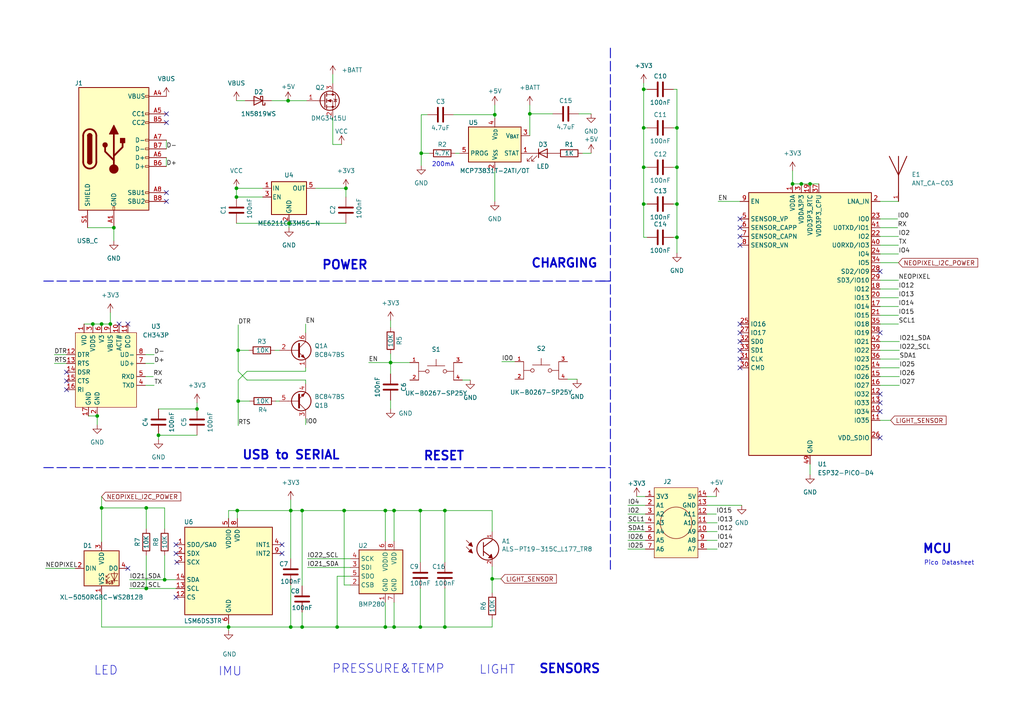
<source format=kicad_sch>
(kicad_sch (version 20230121) (generator eeschema)
  (paper "A4")
  (title_block (title "OpenWear") (date "2023-10-14") (rev "V0.1") (company "Zhejiang University") (comment 1 "DTB Lab") (comment 2 "https://github.com/anxndsgn/OpenWear") (comment 3 "CC-BY-SA 3.0") (comment 4 "Xin An"))
  (lib_symbols
    (symbol "ALS-PT19-315C_L177_TR8:ALS-PT19-315C_L177_TR8" (pin_names (offset 1.016))
      (property "Reference" "A" (at -10.1556 5.0822 0))
      (property "Value" "ALS-PT19-315C_L177_TR8" (at -10.1508 -7.62 0))
      (symbol "ALS-PT19-315C_L177_TR8_0_0"
        (pin passive line (at 2.54 5.08 270) (length 2.54) (name "~") (number "1"))
        (pin passive line (at 2.54 -5.08 90) (length 2.54) (name "~") (number "2"))
      )
    )
    (symbol "Battery_Management:MCP73831-2-OT"
      (property "Reference" "U" (at -7.62 6.35 0))
      (property "Value" "MCP73831-2-OT" (at 1.27 6.35 0))
      (symbol "MCP73831-2-OT_1_1"
        (pin output line (at 10.16 -2.54 180) (length 2.54) (name "STAT") (number "1"))
        (pin power_in line (at 0 -7.62 90) (length 2.54) (name "V_{SS}") (number "2"))
        (pin power_out line (at 10.16 2.54 180) (length 2.54) (name "V_{BAT}") (number "3"))
        (pin power_in line (at 0 7.62 270) (length 2.54) (name "V_{DD}") (number "4"))
        (pin input line (at -10.16 -2.54 0) (length 2.54) (name "PROG") (number "5"))
      )
    )
    (symbol "Ceramic Antenna:YC0010AA" (pin_names (offset 1.016))
      (property "Reference" "E" (at 2.54 5.08 0))
      (property "Value" "YC0010AA" (at 2.54 2.54 0))
      (symbol "YC0010AA_0_0"
        (pin input line (at 0 -5.08 90) (length 2.54) (name "~") (number "1"))
      )
    )
    (symbol "Connector:USB_C_Receptacle_USB2.0" (pin_names (offset 1.016))
      (property "Reference" "J" (at -10.16 19.05 0))
      (property "Value" "USB_C_Receptacle_USB2.0" (at 19.05 19.05 0))
      (symbol "USB_C_Receptacle_USB2.0_1_1"
        (pin passive line (at 0 -22.86 90) (length 5.08) (name "GND") (number "A1"))
        (pin passive line (at 0 -22.86 90) (length 5.08) hide (name "GND") (number "A12"))
        (pin passive line (at 15.24 15.24 180) (length 5.08) (name "VBUS") (number "A4"))
        (pin bidirectional line (at 15.24 10.16 180) (length 5.08) (name "CC1") (number "A5"))
        (pin bidirectional line (at 15.24 -2.54 180) (length 5.08) (name "D+") (number "A6"))
        (pin bidirectional line (at 15.24 2.54 180) (length 5.08) (name "D-") (number "A7"))
        (pin bidirectional line (at 15.24 -12.7 180) (length 5.08) (name "SBU1") (number "A8"))
        (pin passive line (at 15.24 15.24 180) (length 5.08) hide (name "VBUS") (number "A9"))
        (pin passive line (at 0 -22.86 90) (length 5.08) hide (name "GND") (number "B1"))
        (pin passive line (at 0 -22.86 90) (length 5.08) hide (name "GND") (number "B12"))
        (pin passive line (at 15.24 15.24 180) (length 5.08) hide (name "VBUS") (number "B4"))
        (pin bidirectional line (at 15.24 7.62 180) (length 5.08) (name "CC2") (number "B5"))
        (pin bidirectional line (at 15.24 -5.08 180) (length 5.08) (name "D+") (number "B6"))
        (pin bidirectional line (at 15.24 0 180) (length 5.08) (name "D-") (number "B7"))
        (pin bidirectional line (at 15.24 -15.24 180) (length 5.08) (name "SBU2") (number "B8"))
        (pin passive line (at 15.24 15.24 180) (length 5.08) hide (name "VBUS") (number "B9"))
        (pin passive line (at -7.62 -22.86 90) (length 5.08) (name "SHIELD") (number "S1"))
      )
    )
    (symbol "Device:C" (pin_numbers hide) (pin_names (offset 0.254))
      (property "Reference" "C" (at 0.635 2.54 0))
      (property "Value" "C" (at 0.635 -2.54 0))
      (symbol "C_1_1"
        (pin passive line (at 0 3.81 270) (length 2.794) (name "~") (number "1"))
        (pin passive line (at 0 -3.81 90) (length 2.794) (name "~") (number "2"))
      )
    )
    (symbol "Device:LED" (pin_numbers hide) (pin_names (offset 1.016) hide)
      (property "Reference" "D" (at 0 2.54 0))
      (property "Value" "LED" (at 0 -2.54 0))
      (symbol "LED_1_1"
        (pin passive line (at -3.81 0 0) (length 2.54) (name "K") (number "1"))
        (pin passive line (at 3.81 0 180) (length 2.54) (name "A") (number "2"))
      )
    )
    (symbol "Device:R" (pin_numbers hide) (pin_names (offset 0))
      (property "Reference" "R" (at 2.032 0 90))
      (property "Value" "R" (at 0 0 90))
      (symbol "R_1_1"
        (pin passive line (at 0 3.81 270) (length 1.27) (name "~") (number "1"))
        (pin passive line (at 0 -3.81 90) (length 1.27) (name "~") (number "2"))
      )
    )
    (symbol "Diode:1N5819WS" (pin_numbers hide) (pin_names (offset 1.016) hide)
      (property "Reference" "D" (at 0 2.54 0))
      (property "Value" "1N5819WS" (at 0 -2.54 0))
      (symbol "1N5819WS_1_1"
        (pin passive line (at -3.81 0 0) (length 2.54) (name "K") (number "1"))
        (pin passive line (at 3.81 0 180) (length 2.54) (name "A") (number "2"))
      )
    )
    (symbol "LED:Inolux_IN-PI554FCH" (pin_names (offset 0.254))
      (property "Reference" "D" (at 5.08 5.715 0))
      (property "Value" "Inolux_IN-PI554FCH" (at 1.27 -5.715 0))
      (symbol "Inolux_IN-PI554FCH_0_0"
        (text "RGB" (at 2.286 -4.191 0) (effects (font (size 0.762 0.762))))
      )
      (symbol "Inolux_IN-PI554FCH_1_1"
        (pin power_in line (at 0 -7.62 90) (length 2.54) (name "VSS") (number "1"))
        (pin input line (at -7.62 0 0) (length 2.54) (name "DIN") (number "2"))
        (pin power_in line (at 0 7.62 270) (length 2.54) (name "VDD") (number "3"))
        (pin output line (at 7.62 0 180) (length 2.54) (name "DO") (number "4"))
      )
    )
    (symbol "RF_Module:ESP32-PICO-D4"
      (property "Reference" "U" (at -17.78 39.37 0))
      (property "Value" "ESP32-PICO-D4" (at 3.81 39.37 0))
      (symbol "ESP32-PICO-D4_0_0"
        (pin power_in line (at -5.08 40.64 270) (length 2.54) (name "VDDA") (number "1"))
        (pin input line (at 20.32 -25.4 180) (length 2.54) (name "IO34") (number "10"))
        (pin input line (at 20.32 -27.94 180) (length 2.54) (name "IO35") (number "11"))
        (pin bidirectional line (at 20.32 -20.32 180) (length 2.54) (name "IO32") (number "12"))
        (pin bidirectional line (at 20.32 -22.86 180) (length 2.54) (name "IO33") (number "13"))
        (pin bidirectional line (at 20.32 -12.7 180) (length 2.54) (name "IO25") (number "14"))
        (pin bidirectional line (at 20.32 -15.24 180) (length 2.54) (name "IO26") (number "15"))
        (pin bidirectional line (at 20.32 -17.78 180) (length 2.54) (name "IO27") (number "16"))
        (pin bidirectional line (at 20.32 5.08 180) (length 2.54) (name "IO14") (number "17"))
        (pin bidirectional line (at 20.32 10.16 180) (length 2.54) (name "IO12") (number "18"))
        (pin power_in line (at 0 40.64 270) (length 2.54) (name "VDD3P3_RTC") (number "19"))
        (pin bidirectional line (at 20.32 35.56 180) (length 2.54) (name "LNA_IN") (number "2"))
        (pin bidirectional line (at 20.32 7.62 180) (length 2.54) (name "IO13") (number "20"))
        (pin bidirectional line (at 20.32 2.54 180) (length 2.54) (name "IO15") (number "21"))
        (pin bidirectional line (at 20.32 25.4 180) (length 2.54) (name "IO2") (number "22"))
        (pin bidirectional line (at 20.32 30.48 180) (length 2.54) (name "IO0") (number "23"))
        (pin bidirectional line (at 20.32 20.32 180) (length 2.54) (name "IO4") (number "24"))
        (pin bidirectional line (at -20.32 0 0) (length 2.54) (name "IO16") (number "25"))
        (pin power_out line (at 20.32 -33.02 180) (length 2.54) (name "VDD_SDIO") (number "26"))
        (pin bidirectional line (at -20.32 -2.54 0) (length 2.54) (name "IO17") (number "27"))
        (pin bidirectional line (at 20.32 15.24 180) (length 2.54) (name "SD2/IO9") (number "28"))
        (pin bidirectional line (at 20.32 12.7 180) (length 2.54) (name "SD3/IO10") (number "29"))
        (pin power_in line (at -2.54 40.64 270) (length 2.54) (name "VDDA3P3") (number "3"))
        (pin bidirectional line (at -20.32 -12.7 0) (length 2.54) (name "CMD") (number "30"))
        (pin bidirectional line (at -20.32 -10.16 0) (length 2.54) (name "CLK") (number "31"))
        (pin bidirectional line (at -20.32 -5.08 0) (length 2.54) (name "SD0") (number "32"))
        (pin bidirectional line (at -20.32 -7.62 0) (length 2.54) (name "SD1") (number "33"))
        (pin bidirectional line (at 20.32 17.78 180) (length 2.54) (name "IO5") (number "34"))
        (pin bidirectional line (at 20.32 0 180) (length 2.54) (name "IO18") (number "35"))
        (pin bidirectional line (at 20.32 -10.16 180) (length 2.54) (name "IO23") (number "36"))
        (pin power_in line (at 2.54 40.64 270) (length 2.54) (name "VDD3P3_CPU") (number "37"))
        (pin bidirectional line (at 20.32 -2.54 180) (length 2.54) (name "IO19") (number "38"))
        (pin bidirectional line (at 20.32 -7.62 180) (length 2.54) (name "IO22") (number "39"))
        (pin passive line (at -2.54 40.64 270) (length 2.54) hide (name "VDDA3P3") (number "4"))
        (pin bidirectional line (at 20.32 22.86 180) (length 2.54) (name "U0RXD/IO3") (number "40"))
        (pin bidirectional line (at 20.32 27.94 180) (length 2.54) (name "U0TXD/IO1") (number "41"))
        (pin bidirectional line (at 20.32 -5.08 180) (length 2.54) (name "IO21") (number "42"))
        (pin passive line (at -5.08 40.64 270) (length 2.54) hide (name "VDDA") (number "43"))
        (pin no_connect line (at -17.78 -25.4 0) (length 2.54) hide (name "XTAL_N_NC") (number "44"))
        (pin no_connect line (at -17.78 -27.94 0) (length 2.54) hide (name "XTAL_P_NC") (number "45"))
        (pin passive line (at -5.08 40.64 270) (length 2.54) hide (name "VDDA") (number "46"))
        (pin no_connect line (at -17.78 -30.48 0) (length 2.54) hide (name "CAP2_NC") (number "47"))
        (pin no_connect line (at -17.78 -33.02 0) (length 2.54) hide (name "CAP1_NC") (number "48"))
        (pin power_in line (at 0 -40.64 90) (length 2.54) (name "GND") (number "49"))
        (pin input line (at -20.32 30.48 0) (length 2.54) (name "SENSOR_VP") (number "5"))
        (pin input line (at -20.32 27.94 0) (length 2.54) (name "SENSOR_CAPP") (number "6"))
        (pin input line (at -20.32 25.4 0) (length 2.54) (name "SENSOR_CAPN") (number "7"))
        (pin input line (at -20.32 22.86 0) (length 2.54) (name "SENSOR_VN") (number "8"))
        (pin input line (at -20.32 35.56 0) (length 2.54) (name "EN") (number "9"))
      )
    )
    (symbol "RING:RING"
      (property "Reference" "J2" (at -2.54 5.588 0))
      (symbol "RING_1_0"
        (pin bidirectional line (at -8.89 1.27 0) (length 2.54) (name "3V3") (number "1"))
        (pin bidirectional line (at 8.89 -8.89 180) (length 2.54) (name "A9") (number "10"))
        (pin bidirectional line (at 8.89 -6.35 180) (length 2.54) (name "A10") (number "11"))
        (pin bidirectional line (at 8.89 -3.81 180) (length 2.54) (name "A11") (number "12"))
        (pin bidirectional line (at 8.89 -1.27 180) (length 2.54) (name "GND") (number "13"))
        (pin bidirectional line (at 8.89 1.27 180) (length 2.54) (name "5V") (number "14"))
        (pin bidirectional line (at -8.89 -1.27 0) (length 2.54) (name "A1") (number "2"))
        (pin bidirectional line (at -8.89 -3.81 0) (length 2.54) (name "A2") (number "3"))
        (pin bidirectional line (at -8.89 -6.35 0) (length 2.54) (name "A3") (number "4"))
        (pin bidirectional line (at -8.89 -8.89 0) (length 2.54) (name "A4") (number "5"))
        (pin bidirectional line (at -8.89 -11.43 0) (length 2.54) (name "A5") (number "6"))
        (pin bidirectional line (at -8.89 -13.97 0) (length 2.54) (name "A6") (number "7"))
        (pin bidirectional line (at 8.89 -13.97 180) (length 2.54) (name "A7") (number "8"))
        (pin bidirectional line (at 8.89 -11.43 180) (length 2.54) (name "A8") (number "9"))
      )
    )
    (symbol "Regulator_Linear:TLV70233_SOT23-5" (pin_names (offset 0.254))
      (property "Reference" "U" (at -3.81 5.715 0))
      (property "Value" "TLV70233_SOT23-5" (at 0 5.715 0))
      (symbol "TLV70233_SOT23-5_1_1"
        (pin power_in line (at -7.62 2.54 0) (length 2.54) (name "IN") (number "1"))
        (pin power_in line (at 0 -7.62 90) (length 2.54) (name "GND") (number "2"))
        (pin input line (at -7.62 0 0) (length 2.54) (name "EN") (number "3"))
        (pin no_connect line (at 5.08 0 180) (length 2.54) hide (name "NC") (number "4"))
        (pin power_out line (at 7.62 2.54 180) (length 2.54) (name "OUT") (number "5"))
      )
    )
    (symbol "Sensor_Motion:LSM6DS3"
      (property "Reference" "U" (at -11.43 15.24 0))
      (property "Value" "LSM6DS3" (at -11.43 12.7 0))
      (symbol "LSM6DS3_1_1"
        (pin bidirectional line (at -15.24 7.62 0) (length 2.54) (name "SDO/SA0") (number "1"))
        (pin no_connect line (at 12.7 -5.08 180) (length 3.81) hide (name "NC") (number "10"))
        (pin no_connect line (at 12.7 -2.54 180) (length 3.81) hide (name "NC") (number "11"))
        (pin input line (at -15.24 -7.62 0) (length 2.54) (name "CS") (number "12"))
        (pin input line (at -15.24 -5.08 0) (length 2.54) (name "SCL") (number "13"))
        (pin bidirectional line (at -15.24 -2.54 0) (length 2.54) (name "SDA") (number "14"))
        (pin bidirectional line (at -15.24 5.08 0) (length 2.54) (name "SDX") (number "2"))
        (pin input line (at -15.24 2.54 0) (length 2.54) (name "SCX") (number "3"))
        (pin output line (at 15.24 7.62 180) (length 2.54) (name "INT1") (number "4"))
        (pin power_in line (at 0 15.24 270) (length 2.54) (name "VDDIO") (number "5"))
        (pin power_in line (at 0 -15.24 90) (length 2.54) (name "GND") (number "6"))
        (pin passive line (at 0 -15.24 90) (length 2.54) hide (name "GND") (number "7"))
        (pin power_in line (at 2.54 15.24 270) (length 2.54) (name "VDD") (number "8"))
        (pin output line (at 15.24 5.08 180) (length 2.54) (name "INT2") (number "9"))
      )
    )
    (symbol "Sensor_Pressure:BMP280"
      (property "Reference" "U" (at -7.62 10.16 0))
      (property "Value" "BMP280" (at 5.08 10.16 0))
      (symbol "BMP280_1_1"
        (pin power_in line (at 0 -7.62 90) (length 2.54) (name "GND") (number "1"))
        (pin input line (at -10.16 -2.54 0) (length 2.54) (name "CSB") (number "2"))
        (pin bidirectional line (at -10.16 2.54 0) (length 2.54) (name "SDI") (number "3"))
        (pin input line (at -10.16 5.08 0) (length 2.54) (name "SCK") (number "4"))
        (pin bidirectional line (at -10.16 0 0) (length 2.54) (name "SDO") (number "5"))
        (pin power_in line (at 0 10.16 270) (length 2.54) (name "VDDIO") (number "6"))
        (pin power_in line (at 2.54 -7.62 90) (length 2.54) (name "GND") (number "7"))
        (pin power_in line (at 2.54 10.16 270) (length 2.54) (name "VDD") (number "8"))
      )
    )
    (symbol "TL3365AF180QG:TL3365AF180QG" (pin_names (offset 1.016))
      (property "Reference" "S" (at -5.08 5.08 0))
      (property "Value" "TL3365AF180QG" (at -5.08 -5.08 0))
      (symbol "TL3365AF180QG_0_0"
        (pin passive line (at -7.62 2.54 0) (length 2.54) (name "~") (number "1"))
        (pin passive line (at -7.62 -2.54 0) (length 2.54) (name "~") (number "2"))
        (pin passive line (at 7.62 2.54 180) (length 2.54) (name "~") (number "3"))
        (pin passive line (at 7.62 -2.54 180) (length 2.54) (name "~") (number "4"))
      )
    )
    (symbol "Transistor_BJT:BC847BDW1" (pin_names (offset 0) hide)
      (property "Reference" "Q" (at 5.08 1.27 0))
      (property "Value" "BC847BDW1" (at 5.08 -1.27 0))
      (symbol "BC847BDW1_1_1"
        (pin passive line (at 2.54 -5.08 90) (length 2.54) (name "E1") (number "1"))
        (pin input line (at -5.08 0 0) (length 2.54) (name "B1") (number "2"))
        (pin passive line (at 2.54 5.08 270) (length 2.54) (name "C1") (number "6"))
      )
      (symbol "BC847BDW1_2_1"
        (pin passive line (at 2.54 5.08 270) (length 2.54) (name "C2") (number "3"))
        (pin passive line (at 2.54 -5.08 90) (length 2.54) (name "E2") (number "4"))
        (pin input line (at -5.08 0 0) (length 2.54) (name "B2") (number "5"))
      )
    )
    (symbol "Transistor_FET:DMG3414U" (pin_names hide)
      (property "Reference" "Q" (at 5.08 1.905 0))
      (property "Value" "DMG3414U" (at 5.08 0 0))
      (symbol "DMG3414U_1_1"
        (pin input line (at -5.08 0 0) (length 2.54) (name "G") (number "1"))
        (pin passive line (at 2.54 -5.08 90) (length 2.54) (name "S") (number "2"))
        (pin passive line (at 2.54 5.08 270) (length 2.54) (name "D") (number "3"))
      )
    )
    (symbol "power:+3V3" (power) (pin_names (offset 0))
      (property "Value" "+3V3" (at 0 3.556 0))
      (symbol "+3V3_1_1"
        (pin power_in line (at 0 0 90) (length 0) hide (name "+3V3") (number "1"))
      )
    )
    (symbol "power:+5V" (power) (pin_names (offset 0))
      (property "Value" "+5V" (at 0 3.556 0))
      (symbol "+5V_1_1"
        (pin power_in line (at 0 0 90) (length 0) hide (name "+5V") (number "1"))
      )
    )
    (symbol "power:+BATT" (power) (pin_names (offset 0))
      (property "Value" "+BATT" (at 0 3.556 0))
      (symbol "+BATT_1_1"
        (pin power_in line (at 0 0 90) (length 0) hide (name "+BATT") (number "1"))
      )
    )
    (symbol "power:GND" (power) (pin_names (offset 0))
      (property "Value" "GND" (at 0 -3.81 0))
      (symbol "GND_1_1"
        (pin power_in line (at 0 0 270) (length 0) hide (name "GND") (number "1"))
      )
    )
    (symbol "power:VBUS" (power) (pin_names (offset 0))
      (property "Value" "VBUS" (at 0 3.81 0))
      (symbol "VBUS_1_1"
        (pin power_in line (at 0 0 90) (length 0) hide (name "VBUS") (number "1"))
      )
    )
    (symbol "power:VCC" (power) (pin_names (offset 0))
      (property "Value" "VCC" (at 0 3.81 0))
      (symbol "VCC_1_1"
        (pin power_in line (at 0 0 90) (length 0) hide (name "VCC") (number "1"))
      )
    )
    (symbol "wch_mcu_peripheral:CH343P"
      (property "Reference" "U3" (at 14.478 10.7381 0))
      (property "Value" "CH343P" (at 14.478 8.1981 0))
      (symbol "CH343P_1_1"
        (pin passive line (at -6.35 11.43 270) (length 2.54) (name "VIO") (number "1"))
        (pin passive line (at 3.81 11.43 270) (length 2.54) (name "ACT#") (number "10"))
        (pin passive line (at 6.35 11.43 270) (length 2.54) (name "DCD") (number "11"))
        (pin passive line (at -11.43 2.54 0) (length 2.54) (name "DTR") (number "12"))
        (pin passive line (at -11.43 0 0) (length 2.54) (name "RTS") (number "13"))
        (pin passive line (at -11.43 -2.54 0) (length 2.54) (name "DSR") (number "14"))
        (pin passive line (at -11.43 -5.08 0) (length 2.54) (name "CTS") (number "15"))
        (pin passive line (at -11.43 -7.62 0) (length 2.54) (name "RI") (number "16"))
        (pin power_in line (at -5.08 -15.24 90) (length 2.54) (name "GND") (number "17"))
        (pin power_in line (at -2.54 -15.24 90) (length 2.54) (name "GND") (number "2"))
        (pin power_in line (at -3.81 11.43 270) (length 2.54) (name "VDD5") (number "3"))
        (pin output line (at 11.43 -6.35 180) (length 2.54) (name "TXD") (number "4"))
        (pin input line (at 11.43 -3.81 180) (length 2.54) (name "RXD") (number "5"))
        (pin passive line (at -1.27 11.43 270) (length 2.54) (name "V3") (number "6"))
        (pin bidirectional line (at 11.43 0 180) (length 2.54) (name "UD+") (number "7"))
        (pin bidirectional line (at 11.43 2.54 180) (length 2.54) (name "UD-") (number "8"))
        (pin power_in line (at 1.27 11.43 270) (length 2.54) (name "VBUS") (number "9"))
      )
    )
  )
  (junction (at 66.294 181.864))
  (junction (at 186.69 59.182))
  (junction (at 153.67 33.02))
  (junction (at 42.418 170.688))
  (junction (at 83.82 64.77))
  (junction (at 69.088 101.6))
  (junction (at 68.58 54.61))
  (junction (at 122.174 44.45))
  (junction (at 113.284 105.156))
  (junction (at 142.748 167.894))
  (junction (at 234.95 53.34))
  (junction (at 29.464 147.32))
  (junction (at 83.566 29.21))
  (junction (at 114.3 181.864))
  (junction (at 68.834 148.082))
  (junction (at 121.92 148.082))
  (junction (at 97.79 181.864))
  (junction (at 186.69 25.908))
  (junction (at 87.63 148.082))
  (junction (at 87.63 181.864))
  (junction (at 196.342 68.834))
  (junction (at 68.58 57.15))
  (junction (at 32.004 93.98))
  (junction (at 143.51 33.274))
  (junction (at 26.924 93.98))
  (junction (at 47.752 168.148))
  (junction (at 100.33 54.61))
  (junction (at 69.088 116.332))
  (junction (at 84.328 148.082))
  (junction (at 57.15 118.618))
  (junction (at 129.032 148.082))
  (junction (at 99.822 148.082))
  (junction (at 45.974 126.238))
  (junction (at 196.342 48.514))
  (junction (at 121.92 181.864))
  (junction (at 129.032 181.864))
  (junction (at 84.328 181.864))
  (junction (at 28.194 120.65))
  (junction (at 111.76 181.864))
  (junction (at 29.464 93.98))
  (junction (at 196.342 37.084))
  (junction (at 114.3 148.082))
  (junction (at 186.69 48.514))
  (junction (at 229.87 53.34))
  (junction (at 33.02 66.04))
  (junction (at 111.76 148.082))
  (junction (at 232.41 53.34))
  (junction (at 186.69 37.084))
  (junction (at 42.418 147.32))
  (junction (at 196.342 59.182))
  (no_connect (at 48.26 33.02))
  (no_connect (at 81.788 157.988))
  (no_connect (at 81.788 160.528))
  (no_connect (at 19.304 107.95))
  (no_connect (at 51.054 173.228))
  (no_connect (at 214.63 93.98))
  (no_connect (at 214.63 104.14))
  (no_connect (at 255.27 78.74))
  (no_connect (at 214.63 63.5))
  (no_connect (at 51.308 163.068))
  (no_connect (at 214.63 96.52))
  (no_connect (at 19.304 110.49))
  (no_connect (at 51.054 157.988))
  (no_connect (at 48.26 58.42))
  (no_connect (at 51.054 160.528))
  (no_connect (at 214.63 71.12))
  (no_connect (at 48.26 55.88))
  (no_connect (at 214.63 106.68))
  (no_connect (at 19.304 113.03))
  (no_connect (at 255.27 116.84))
  (no_connect (at 37.084 93.98))
  (no_connect (at 255.27 96.52))
  (no_connect (at 255.27 114.3))
  (no_connect (at 214.63 99.06))
  (no_connect (at 255.27 119.38))
  (no_connect (at 214.63 66.04))
  (no_connect (at 37.084 164.846))
  (no_connect (at 255.27 127))
  (no_connect (at 214.63 68.58))
  (no_connect (at 34.544 93.98))
  (no_connect (at 48.26 35.56))
  (no_connect (at 214.63 101.6))
  (wire (pts (xy 186.69 24.13) (xy 186.69 25.908)))
  (wire (pts (xy 99.822 148.082) (xy 99.822 169.672)))
  (wire (pts (xy 57.15 116.84) (xy 57.15 118.618)))
  (wire (pts (xy 68.58 64.77) (xy 83.82 64.77)))
  (wire (pts (xy 88.646 110.236) (xy 88.646 111.252)))
  (wire (pts (xy 204.978 146.558) (xy 215.138 146.558)))
  (wire (pts (xy 96.52 34.29) (xy 96.52 41.91)))
  (wire (pts (xy 260.604 91.44) (xy 255.27 91.44)))
  (wire (pts (xy 66.294 181.864) (xy 66.294 180.848)))
  (wire (pts (xy 88.646 107.696) (xy 71.628 107.696)))
  (wire (pts (xy 89.154 164.592) (xy 101.6 164.592)))
  (wire (pts (xy 234.95 137.668) (xy 234.95 134.62)))
  (wire (pts (xy 121.92 163.068) (xy 121.92 148.082)))
  (wire (pts (xy 260.604 88.9) (xy 255.27 88.9)))
  (wire (pts (xy 136.398 110.236) (xy 134.112 110.236)))
  (wire (pts (xy 111.76 148.082) (xy 111.76 156.972)))
  (wire (pts (xy 42.418 161.036) (xy 42.418 170.688)))
  (wire (pts (xy 88.646 93.98) (xy 88.646 96.52)))
  (wire (pts (xy 184.658 144.018) (xy 187.198 144.018)))
  (wire (pts (xy 234.95 53.34) (xy 237.49 53.34)))
  (wire (pts (xy 87.63 148.082) (xy 99.822 148.082)))
  (polyline (pts (xy 173.99 81.534) (xy 177.038 81.534)) (stroke (width 0.254) (type dash)))
  (wire (pts (xy 44.704 102.87) (xy 42.164 102.87)))
  (wire (pts (xy 84.328 148.082) (xy 68.834 148.082)))
  (wire (pts (xy 69.088 116.332) (xy 69.088 110.236)))
  (wire (pts (xy 71.12 29.21) (xy 68.58 29.21)))
  (wire (pts (xy 97.79 167.132) (xy 97.79 181.864)))
  (wire (pts (xy 142.748 154.178) (xy 142.748 148.082)))
  (wire (pts (xy 122.174 44.45) (xy 124.46 44.45)))
  (wire (pts (xy 182.118 156.718) (xy 187.198 156.718)))
  (wire (pts (xy 260.858 109.22) (xy 255.27 109.22)))
  (wire (pts (xy 84.328 145.034) (xy 84.328 148.082)))
  (wire (pts (xy 182.118 149.098) (xy 187.198 149.098)))
  (wire (pts (xy 44.704 111.76) (xy 42.164 111.76)))
  (wire (pts (xy 111.76 174.752) (xy 111.76 181.864)))
  (wire (pts (xy 91.44 54.61) (xy 100.33 54.61)))
  (wire (pts (xy 69.088 101.6) (xy 69.088 107.696)))
  (wire (pts (xy 186.69 68.834) (xy 186.69 59.182)))
  (wire (pts (xy 113.284 105.156) (xy 118.872 105.156)))
  (wire (pts (xy 84.328 148.082) (xy 84.328 162.052)))
  (wire (pts (xy 114.3 181.864) (xy 121.92 181.864)))
  (wire (pts (xy 45.974 118.618) (xy 57.15 118.618)))
  (wire (pts (xy 195.326 25.908) (xy 196.342 25.908)))
  (wire (pts (xy 69.088 101.6) (xy 72.136 101.6)))
  (wire (pts (xy 143.51 30.48) (xy 143.51 33.274)))
  (wire (pts (xy 171.45 44.45) (xy 168.91 44.45)))
  (wire (pts (xy 204.978 144.018) (xy 207.772 144.018)))
  (wire (pts (xy 29.464 147.32) (xy 29.464 157.226)))
  (wire (pts (xy 28.194 123.19) (xy 28.194 120.65)))
  (wire (pts (xy 187.706 68.834) (xy 186.69 68.834)))
  (wire (pts (xy 186.69 37.084) (xy 186.69 48.514)))
  (wire (pts (xy 187.706 25.908) (xy 186.69 25.908)))
  (wire (pts (xy 186.69 25.908) (xy 186.69 37.084)))
  (wire (pts (xy 100.33 54.61) (xy 100.33 57.15)))
  (wire (pts (xy 32.004 90.678) (xy 32.004 93.98)))
  (wire (pts (xy 167.386 109.982) (xy 164.592 109.982)))
  (wire (pts (xy 68.58 57.15) (xy 68.58 54.61)))
  (wire (pts (xy 153.67 33.02) (xy 153.67 30.48)))
  (wire (pts (xy 88.646 110.236) (xy 71.628 110.236)))
  (wire (pts (xy 260.604 86.36) (xy 255.27 86.36)))
  (wire (pts (xy 71.628 110.236) (xy 69.088 107.696)))
  (wire (pts (xy 142.748 179.578) (xy 142.748 181.864)))
  (wire (pts (xy 97.79 181.864) (xy 111.76 181.864)))
  (wire (pts (xy 122.174 48.006) (xy 122.174 44.45)))
  (wire (pts (xy 196.342 68.834) (xy 196.342 59.182)))
  (wire (pts (xy 260.858 99.06) (xy 255.27 99.06)))
  (wire (pts (xy 260.604 93.98) (xy 255.27 93.98)))
  (wire (pts (xy 260.858 101.6) (xy 255.27 101.6)))
  (wire (pts (xy 37.592 168.148) (xy 47.752 168.148)))
  (wire (pts (xy 186.69 37.084) (xy 187.706 37.084)))
  (wire (pts (xy 48.26 40.64) (xy 48.26 43.18)))
  (wire (pts (xy 208.026 159.258) (xy 204.978 159.258)))
  (wire (pts (xy 47.752 168.148) (xy 51.054 168.148)))
  (wire (pts (xy 196.342 37.084) (xy 196.342 48.514)))
  (wire (pts (xy 68.58 54.61) (xy 76.2 54.61)))
  (wire (pts (xy 29.464 181.864) (xy 66.294 181.864)))
  (wire (pts (xy 114.3 181.864) (xy 111.76 181.864)))
  (wire (pts (xy 114.3 148.082) (xy 114.3 156.972)))
  (wire (pts (xy 142.748 164.338) (xy 142.748 167.894)))
  (wire (pts (xy 113.284 92.964) (xy 113.284 94.996)))
  (wire (pts (xy 153.67 33.02) (xy 153.67 39.37)))
  (wire (pts (xy 143.51 49.53) (xy 143.51 58.42)))
  (wire (pts (xy 208.026 156.718) (xy 204.978 156.718)))
  (wire (pts (xy 78.74 29.21) (xy 83.566 29.21)))
  (wire (pts (xy 260.604 58.42) (xy 255.27 58.42)))
  (polyline (pts (xy 12.7 135.636) (xy 177.038 135.636)) (stroke (width 0.254) (type dash)))
  (wire (pts (xy 29.464 144.018) (xy 29.464 147.32)))
  (wire (pts (xy 260.858 111.76) (xy 255.27 111.76)))
  (wire (pts (xy 131.572 33.274) (xy 143.51 33.274)))
  (wire (pts (xy 186.69 59.182) (xy 186.69 48.514)))
  (wire (pts (xy 208.026 154.178) (xy 204.978 154.178)))
  (wire (pts (xy 171.45 33.02) (xy 167.894 33.02)))
  (wire (pts (xy 66.294 181.864) (xy 84.328 181.864)))
  (polyline (pts (xy 12.7 81.534) (xy 177.038 81.534)) (stroke (width 0.254) (type dash)))
  (wire (pts (xy 48.26 45.72) (xy 48.26 48.26)))
  (wire (pts (xy 66.294 148.082) (xy 66.294 150.368)))
  (wire (pts (xy 44.704 105.41) (xy 42.164 105.41)))
  (wire (pts (xy 25.4 66.04) (xy 33.02 66.04)))
  (wire (pts (xy 101.6 167.132) (xy 97.79 167.132)))
  (wire (pts (xy 195.326 68.834) (xy 196.342 68.834)))
  (wire (pts (xy 80.01 116.332) (xy 81.026 116.332)))
  (wire (pts (xy 66.294 182.88) (xy 66.294 181.864)))
  (wire (pts (xy 186.69 48.514) (xy 187.706 48.514)))
  (wire (pts (xy 260.35 66.04) (xy 255.27 66.04)))
  (wire (pts (xy 71.628 107.696) (xy 69.088 110.236)))
  (wire (pts (xy 83.82 64.77) (xy 100.33 64.77)))
  (wire (pts (xy 229.87 53.34) (xy 232.41 53.34)))
  (wire (pts (xy 42.418 147.32) (xy 47.752 147.32)))
  (wire (pts (xy 99.06 41.91) (xy 96.52 41.91)))
  (wire (pts (xy 45.974 127.508) (xy 45.974 126.238)))
  (wire (pts (xy 25.654 120.65) (xy 28.194 120.65)))
  (wire (pts (xy 47.752 168.148) (xy 47.752 161.036)))
  (wire (pts (xy 44.45 109.22) (xy 42.164 109.22)))
  (wire (pts (xy 106.934 105.156) (xy 113.284 105.156)))
  (wire (pts (xy 89.154 162.052) (xy 101.6 162.052)))
  (wire (pts (xy 143.51 33.274) (xy 143.51 34.29)))
  (wire (pts (xy 68.58 57.15) (xy 76.2 57.15)))
  (wire (pts (xy 29.464 172.466) (xy 29.464 181.864)))
  (wire (pts (xy 208.026 151.638) (xy 204.978 151.638)))
  (wire (pts (xy 79.756 101.6) (xy 81.026 101.6)))
  (wire (pts (xy 129.032 148.082) (xy 129.032 163.068)))
  (wire (pts (xy 260.604 73.66) (xy 255.27 73.66)))
  (wire (pts (xy 114.3 148.082) (xy 111.76 148.082)))
  (wire (pts (xy 129.032 181.864) (xy 142.748 181.864)))
  (wire (pts (xy 113.284 105.156) (xy 113.284 108.458)))
  (wire (pts (xy 87.63 169.926) (xy 87.63 148.082)))
  (wire (pts (xy 260.858 104.14) (xy 255.27 104.14)))
  (wire (pts (xy 232.41 53.34) (xy 234.95 53.34)))
  (wire (pts (xy 88.646 123.19) (xy 88.646 121.412)))
  (wire (pts (xy 69.088 94.234) (xy 69.088 101.6)))
  (wire (pts (xy 114.3 148.082) (xy 121.92 148.082)))
  (wire (pts (xy 260.858 106.68) (xy 255.27 106.68)))
  (wire (pts (xy 113.284 118.618) (xy 113.284 116.078)))
  (wire (pts (xy 182.118 159.258) (xy 187.198 159.258)))
  (wire (pts (xy 29.464 147.32) (xy 42.418 147.32)))
  (wire (pts (xy 123.952 33.274) (xy 122.174 33.274)))
  (wire (pts (xy 87.63 181.864) (xy 97.79 181.864)))
  (wire (pts (xy 83.82 66.04) (xy 83.82 64.77)))
  (wire (pts (xy 121.92 181.864) (xy 129.032 181.864)))
  (wire (pts (xy 26.924 93.98) (xy 29.464 93.98)))
  (wire (pts (xy 208.28 58.42) (xy 214.63 58.42)))
  (wire (pts (xy 260.604 71.12) (xy 255.27 71.12)))
  (wire (pts (xy 69.088 116.332) (xy 72.39 116.332)))
  (wire (pts (xy 132.08 44.45) (xy 133.35 44.45)))
  (wire (pts (xy 260.604 83.82) (xy 255.27 83.82)))
  (wire (pts (xy 37.592 170.688) (xy 42.418 170.688)))
  (wire (pts (xy 195.326 48.514) (xy 196.342 48.514)))
  (wire (pts (xy 196.342 48.514) (xy 196.342 59.182)))
  (wire (pts (xy 45.974 126.238) (xy 57.15 126.238)))
  (wire (pts (xy 114.3 174.752) (xy 114.3 181.864)))
  (wire (pts (xy 153.67 33.02) (xy 160.274 33.02)))
  (polyline (pts (xy 177.038 13.97) (xy 177.038 165.1)) (stroke (width 0.254) (type dash)))
  (wire (pts (xy 42.418 170.688) (xy 51.054 170.688)))
  (wire (pts (xy 99.822 148.082) (xy 111.76 148.082)))
  (wire (pts (xy 68.834 148.082) (xy 68.834 150.368)))
  (wire (pts (xy 113.284 102.616) (xy 113.284 105.156)))
  (wire (pts (xy 24.384 93.98) (xy 26.924 93.98)))
  (wire (pts (xy 121.92 170.688) (xy 121.92 181.864)))
  (wire (pts (xy 84.328 181.864) (xy 87.63 181.864)))
  (wire (pts (xy 196.342 73.406) (xy 196.342 68.834)))
  (wire (pts (xy 129.032 170.688) (xy 129.032 181.864)))
  (wire (pts (xy 84.328 169.672) (xy 84.328 181.864)))
  (wire (pts (xy 207.772 149.098) (xy 204.978 149.098)))
  (wire (pts (xy 96.52 21.59) (xy 96.52 24.13)))
  (wire (pts (xy 68.834 148.082) (xy 66.294 148.082)))
  (wire (pts (xy 142.748 167.894) (xy 142.748 171.958)))
  (wire (pts (xy 13.208 164.846) (xy 21.844 164.846)))
  (wire (pts (xy 182.118 154.178) (xy 187.198 154.178)))
  (wire (pts (xy 260.604 81.28) (xy 255.27 81.28)))
  (wire (pts (xy 42.418 147.32) (xy 42.418 153.416)))
  (wire (pts (xy 182.118 146.558) (xy 187.198 146.558)))
  (wire (pts (xy 255.27 121.92) (xy 258.318 121.92)))
  (wire (pts (xy 229.87 49.53) (xy 229.87 53.34)))
  (wire (pts (xy 260.604 68.58) (xy 255.27 68.58)))
  (wire (pts (xy 88.646 106.68) (xy 88.646 107.696)))
  (wire (pts (xy 15.748 105.41) (xy 19.304 105.41)))
  (wire (pts (xy 121.92 148.082) (xy 129.032 148.082)))
  (wire (pts (xy 101.6 169.672) (xy 99.822 169.672)))
  (wire (pts (xy 29.464 93.98) (xy 32.004 93.98)))
  (wire (pts (xy 145.542 104.902) (xy 149.352 104.902)))
  (wire (pts (xy 195.326 37.084) (xy 196.342 37.084)))
  (wire (pts (xy 187.706 59.182) (xy 186.69 59.182)))
  (wire (pts (xy 84.328 148.082) (xy 87.63 148.082)))
  (wire (pts (xy 260.35 63.5) (xy 255.27 63.5)))
  (wire (pts (xy 69.088 116.332) (xy 69.088 123.444)))
  (wire (pts (xy 15.748 102.87) (xy 19.304 102.87)))
  (wire (pts (xy 87.63 177.546) (xy 87.63 181.864)))
  (wire (pts (xy 182.118 151.638) (xy 187.198 151.638)))
  (wire (pts (xy 129.032 148.082) (xy 142.748 148.082)))
  (wire (pts (xy 122.174 33.274) (xy 122.174 44.45)))
  (wire (pts (xy 33.02 69.85) (xy 33.02 66.04)))
  (wire (pts (xy 196.342 59.182) (xy 195.326 59.182)))
  (wire (pts (xy 47.752 147.32) (xy 47.752 153.416)))
  (wire (pts (xy 83.566 29.21) (xy 88.9 29.21)))
  (wire (pts (xy 145.288 167.894) (xy 142.748 167.894)))
  (wire (pts (xy 196.342 25.908) (xy 196.342 37.084)))
  (wire (pts (xy 260.604 76.2) (xy 255.27 76.2)))
  (text "Pico Datasheet" (at 267.97 164.084 0) (effects (font (size 1.27 1.27)) (justify left bottom)))
  (text "CHARGING" (at 153.924 77.978 0) (effects (font (size 2.54 2.54) (thickness 0.508) bold) (justify left bottom)))
  (text "LIGHT\n" (at 138.938 195.834 0) (effects (font (size 2.54 2.54)) (justify left bottom)))
  (text "MCU" (at 267.462 160.782 0) (effects (font (size 2.54 2.54) (thickness 0.508) bold) (justify left bottom)))
  (text "200mA" (at 125.222 48.514 0) (effects (font (size 1.27 1.27)) (justify left bottom)))
  (text "RESET" (at 122.682 133.858 0) (effects (font (size 2.54 2.54) (thickness 0.508) bold) (justify left bottom)))
  (text "SENSORS\n" (at 156.21 195.58 0) (effects (font (size 2.54 2.54) (thickness 0.508) bold) (justify left bottom)))
  (text "IMU\n" (at 63.246 196.342 0) (effects (font (size 2.54 2.54)) (justify left bottom)))
  (text "POWER" (at 93.218 78.486 0) (effects (font (size 2.54 2.54) (thickness 0.508) bold) (justify left bottom)))
  (text "USB to SERIAL\n" (at 70.104 133.604 0) (effects (font (size 2.54 2.54) (thickness 0.508) bold) (justify left bottom)))
  (text "LED\n" (at 27.178 196.088 0) (effects (font (size 2.54 2.54)) (justify left bottom)))
  (text "PRESSURE&TEMP\n" (at 96.266 195.58 0) (effects (font (size 2.54 2.54)) (justify left bottom)))
  (label "IO15" (at 207.772 149.098 0))
  (label "IO26" (at 182.118 156.718 0))
  (label "D-" (at 48.26 43.18 0))
  (label "IO15" (at 260.604 91.44 0))
  (label "EN" (at 88.646 93.98 0))
  (label "RX" (at 44.45 109.22 0))
  (label "D-" (at 44.704 102.87 0))
  (label "IO22_SCL" (at 37.592 170.688 0))
  (label "IO0" (at 145.542 104.902 0))
  (label "IO26" (at 260.858 109.22 0))
  (label "SCL1" (at 182.118 151.638 0))
  (label "SCL1" (at 260.604 93.98 0))
  (label "D+" (at 44.704 105.41 0))
  (label "TX" (at 44.704 111.76 0))
  (label "IO4" (at 182.118 146.558 0))
  (label "IO27" (at 260.858 111.76 0))
  (label "IO27" (at 208.026 159.258 0))
  (label "IO21_SDA" (at 89.154 164.592 0))
  (label "IO21_SDA" (at 37.592 168.148 0))
  (label "RTS" (at 15.748 105.41 0))
  (label "IO12" (at 208.026 154.178 0))
  (label "IO13" (at 208.026 151.638 0))
  (label "EN" (at 208.28 58.42 0))
  (label "SDA1" (at 182.118 154.178 0))
  (label "IO25" (at 182.118 159.258 0))
  (label "IO12" (at 260.604 83.82 0))
  (label "EN" (at 106.934 105.156 0))
  (label "IO21_SDA" (at 260.858 99.06 0))
  (label "DTR" (at 15.748 102.87 0))
  (label "D+" (at 48.26 48.26 0))
  (label "IO25" (at 260.858 106.68 0))
  (label "RX" (at 260.35 66.04 0))
  (label "RTS" (at 69.088 123.444 0))
  (label "SDA1" (at 260.858 104.14 0))
  (label "IO0" (at 260.35 63.5 0))
  (label "IO2" (at 260.604 68.58 0))
  (label "IO2" (at 182.118 149.098 0))
  (label "NEOPIXEL" (at 260.604 81.28 0))
  (label "IO13" (at 260.604 86.36 0))
  (label "NEOPIXEL" (at 13.208 164.846 0))
  (label "DTR" (at 69.088 94.234 0))
  (label "IO4" (at 260.604 73.66 0))
  (label "TX" (at 260.604 71.12 0))
  (label "IO14" (at 208.026 156.718 0))
  (label "IO22_SCL" (at 89.154 162.052 0))
  (label "IO14" (at 260.604 88.9 0))
  (label "IO22_SCL" (at 260.858 101.6 0))
  (label "IO0" (at 88.646 123.19 0))
  (global_label "LIGHT_SENSOR" (shape input) (at 145.288 167.894 0) (property "Intersheetrefs" "${INTERSHEET_REFS}" (effects hide)))
  (global_label "NEOPIXEL_I2C_POWER" (shape input) (at 29.464 144.018 0) (property "Intersheetrefs" "${INTERSHEET_REFS}" (effects hide)))
  (global_label "LIGHT_SENSOR" (shape input) (at 258.318 121.92 0) (property "Intersheetrefs" "${INTERSHEET_REFS}" (effects hide)))
  (global_label "NEOPIXEL_I2C_POWER" (shape input) (at 260.604 76.2 0) (property "Intersheetrefs" "${INTERSHEET_REFS}" (effects hide)))
  (symbol (lib_id "power:GND") (at 83.82 66.04 0) (unit 1)
    (property "Reference" "#PWR014" (effects hide))
    (property "Value" "GND" (at 83.82 71.12 0))
  )
  (symbol (lib_id "power:GND") (at 66.294 182.88 0) (unit 1)
    (property "Reference" "#PWR026" (effects hide))
    (property "Value" "GND" (at 66.548 189.738 0))
  )
  (symbol (lib_id "power:GND") (at 143.51 58.42 0) (unit 1)
    (property "Reference" "#PWR016" (effects hide))
    (property "Value" "GND" (at 143.51 63.5 0))
  )
  (symbol (lib_id "Device:C") (at 45.974 122.428 0) (unit 1)
    (property "Reference" "C4" (at 42.164 122.428 90))
    (property "Value" "100nF" (at 49.784 122.428 90))
    (property "Footprint" "Capacitor_SMD:C_0603_1608Metric" (effects hide))
  )
  (symbol (lib_id "power:+BATT") (at 153.67 30.48 0) (unit 1)
    (property "Reference" "#PWR015" (effects hide))
    (property "Value" "+BATT" (at 153.67 25.4 0))
  )
  (symbol (lib_id "Ceramic Antenna:YC0010AA") (at 260.604 53.34 0) (unit 1)
    (property "Reference" "E1" (at 264.414 50.6095 0) (effects (justify left)))
    (property "Value" "ANT_CA-C03" (at 264.414 53.1495 0) (effects (justify left)))
    (property "Footprint" "YC0010AA:XCVR_YC0010AA" (effects hide))
    (property "LCSC Part #" "C9900003739" (effects hide))
  )
  (symbol (lib_id "Device:C") (at 191.516 37.084 270) (unit 1)
    (property "Reference" "C11" (at 191.516 33.274 90))
    (property "Value" "100nF" (at 191.516 40.894 90))
    (property "Footprint" "Capacitor_SMD:C_0603_1608Metric" (effects hide))
  )
  (symbol (lib_id "power:VCC") (at 99.06 41.91 0) (unit 1)
    (property "Reference" "#PWR020" (effects hide))
    (property "Value" "VCC" (at 99.06 38.1 0))
  )
  (symbol (lib_id "TL3365AF180QG:TL3365AF180QG") (at 156.972 107.442 0) (unit 1)
    (property "Reference" "S2" (at 156.972 101.092 0))
    (property "Value" "UK-B0267-SP25Y" (at 156.972 113.792 0))
    (property "Footprint" "TL3365AF180QG:SW_TL3365AF180QG" (effects hide))
  )
  (symbol (lib_id "Device:C") (at 129.032 166.878 0) (unit 1)
    (property "Reference" "C16" (at 127.254 164.338 0))
    (property "Value" "100nF" (at 129.032 169.164 0))
    (property "Footprint" "Capacitor_SMD:C_0603_1608Metric" (effects hide))
  )
  (symbol (lib_id "Device:C") (at 191.516 68.834 270) (unit 1)
    (property "Reference" "C14" (at 191.516 65.024 90))
    (property "Value" "100nF" (at 191.516 72.644 90))
    (property "Footprint" "Capacitor_SMD:C_0603_1608Metric" (effects hide))
  )
  (symbol (lib_id "power:GND") (at 45.974 127.508 0) (unit 1)
    (property "Reference" "#PWR031" (effects hide))
    (property "Value" "GND" (at 45.974 132.588 0))
  )
  (symbol (lib_id "Device:C") (at 68.58 60.96 0) (unit 1)
    (property "Reference" "C1" (at 64.77 62.23 90) (effects (justify left)))
    (property "Value" "100nF" (at 72.39 63.5 90) (effects (justify left)))
    (property "Footprint" "Capacitor_SMD:C_0603_1608Metric" (effects hide))
  )
  (symbol (lib_id "Device:R") (at 47.752 157.226 180) (unit 1)
    (property "Reference" "R8" (at 45.212 157.226 90))
    (property "Value" "10K" (at 47.752 157.226 90))
    (property "Footprint" "Resistor_SMD:R_0603_1608Metric" (effects hide))
  )
  (symbol (lib_id "Device:LED") (at 157.48 44.45 0) (unit 1)
    (property "Reference" "D3" (at 157.48 41.91 0))
    (property "Value" "LED" (at 157.48 48.26 0))
    (property "Footprint" "LED_SMD:LED_0603_1608Metric" (effects hide))
  )
  (symbol (lib_id "power:+5V") (at 143.51 30.48 0) (unit 1)
    (property "Reference" "#PWR09" (effects hide))
    (property "Value" "+5V" (at 141.478 26.416 0) (effects (justify left)))
  )
  (symbol (lib_id "RING:RING") (at 196.088 145.288 0) (unit 1) (in_bom no)
    (property "Reference" "J2" (at 193.548 139.7 0))
    (property "Value" "Connector" (effects hide))
    (property "Footprint" "RING:RING" (effects hide))
  )
  (symbol (lib_id "LED:Inolux_IN-PI554FCH") (at 29.464 164.846 0) (unit 1)
    (property "Reference" "D1" (at 25.4 158.242 0))
    (property "Value" "XL-5050RGBC-WS2812B" (at 29.464 173.228 0))
    (property "Footprint" "LED_SMD:LED_Inolux_IN-PI554FCH_PLCC4_5.0x5.0mm_P3.2mm" (effects hide))
    (property "Datasheet" "http://www.inolux-corp.com/datasheet/SMDLED/Addressable%20LED/IN-PI554FCH.pdf" (effects hide))
    (property "LCSC Part #" "C2843785" (effects hide))
  )
  (symbol (lib_id "power:GND") (at 33.02 69.85 0) (unit 1)
    (property "Reference" "#PWR01" (effects hide))
    (property "Value" "GND" (at 33.02 74.93 0))
  )
  (symbol (lib_id "Device:R") (at 128.27 44.45 90) (unit 1)
    (property "Reference" "R2" (at 128.27 41.91 90))
    (property "Value" "4.7K" (at 128.27 44.45 90))
    (property "Footprint" "Resistor_SMD:R_0603_1608Metric" (effects hide))
  )
  (symbol (lib_id "power:+3V3") (at 184.658 144.018 0) (unit 1)
    (property "Reference" "#PWR027" (effects hide))
    (property "Value" "+3V3" (at 184.658 140.208 0))
  )
  (symbol (lib_id "RF_Module:ESP32-PICO-D4") (at 234.95 93.98 0) (unit 1)
    (property "Reference" "U1" (at 237.1441 134.62 0) (effects (justify left)))
    (property "Value" "ESP32-PICO-D4" (at 237.1441 137.16 0) (effects (justify left)))
    (property "Footprint" "Package_DFN_QFN:QFN-48-1EP_7x7mm_P0.5mm_EP5.3x5.3mm" (effects hide))
    (property "Datasheet" "https://www.espressif.com/sites/default/files/documentation/esp32-pico-d4_datasheet_en.pdf" (effects hide))
    (property "LCSC Part #" "C2832759" (effects hide))
  )
  (symbol (lib_id "wch_mcu_peripheral:CH343P") (at 30.734 105.41 0) (unit 1)
    (property "Reference" "U3" (at 45.212 94.6719 0))
    (property "Value" "CH343P" (at 45.212 97.2119 0))
    (property "Footprint" "Package_DFN_QFN:QFN-16-1EP_3x3mm_P0.5mm_EP1.9x1.9mm" (effects hide))
    (property "LCSC Part #" "C2846043" (effects hide))
  )
  (symbol (lib_id "power:+3V3") (at 229.87 49.53 0) (unit 1)
    (property "Reference" "#PWR04" (effects hide))
    (property "Value" "+3V3" (at 229.87 44.45 0))
  )
  (symbol (lib_id "Device:C") (at 191.516 59.182 270) (unit 1)
    (property "Reference" "C13" (at 191.516 55.372 90))
    (property "Value" "100nF" (at 191.516 62.992 90))
    (property "Footprint" "Capacitor_SMD:C_0603_1608Metric" (effects hide))
  )
  (symbol (lib_id "power:+5V") (at 207.772 144.018 0) (unit 1)
    (property "Reference" "#PWR028" (effects hide))
    (property "Value" "+5V" (at 205.74 139.954 0) (effects (justify left)))
  )
  (symbol (lib_id "power:GND") (at 234.95 137.668 0) (unit 1)
    (property "Reference" "#PWR03" (effects hide))
    (property "Value" "GND" (at 234.95 142.748 0))
  )
  (symbol (lib_id "power:GND") (at 113.284 118.618 0) (unit 1)
    (property "Reference" "#PWR023" (effects hide))
    (property "Value" "GND" (at 115.57 119.888 0) (effects (justify left)))
  )
  (symbol (lib_id "power:+5V") (at 171.45 44.45 0) (unit 1)
    (property "Reference" "#PWR017" (effects hide))
    (property "Value" "+5V" (at 169.418 40.386 0) (effects (justify left)))
  )
  (symbol (lib_id "Device:R") (at 75.946 101.6 90) (unit 1)
    (property "Reference" "R3" (at 75.946 99.06 90))
    (property "Value" "10K" (at 76.2 101.6 90))
    (property "Footprint" "Resistor_SMD:R_0603_1608Metric" (effects hide))
  )
  (symbol (lib_id "power:GND") (at 136.398 110.236 0) (unit 1)
    (property "Reference" "#PWR05" (effects hide))
    (property "Value" "GND" (at 136.398 115.316 0))
  )
  (symbol (lib_id "Transistor_BJT:BC847BDW1") (at 86.106 116.332 0) (mirror x) (unit 2)
    (property "Reference" "Q1" (at 91.186 117.602 0) (effects (justify left)))
    (property "Value" "BC847BS" (at 91.186 115.062 0) (effects (justify left)))
    (property "Footprint" "Package_TO_SOT_SMD:SOT-363_SC-70-6" (effects hide))
    (property "Datasheet" "http://www.onsemi.com/pub_link/Collateral/BC846BDW1T1-D.PDF" (effects hide))
    (property "LCSC Part #" "C8653" (effects hide))
  )
  (symbol (lib_id "power:+3V3") (at 186.69 24.13 0) (unit 1)
    (property "Reference" "#PWR06" (effects hide))
    (property "Value" "+3V3" (at 186.69 19.05 0))
  )
  (symbol (lib_id "Device:C") (at 113.284 112.268 180) (unit 1)
    (property "Reference" "C6" (at 117.094 112.268 90))
    (property "Value" "100nF" (at 109.474 112.268 90))
    (property "Footprint" "Capacitor_SMD:C_0603_1608Metric" (effects hide))
  )
  (symbol (lib_id "Sensor_Motion:LSM6DS3") (at 66.294 165.608 0) (unit 1)
    (property "Reference" "U6" (at 53.34 151.384 0) (effects (justify left)))
    (property "Value" "LSM6DS3TR" (at 53.34 180.086 0) (effects (justify left)))
    (property "Footprint" "Package_LGA:LGA-14_3x2.5mm_P0.5mm_LayoutBorder3x4y" (effects hide))
    (property "Datasheet" "https://www.st.com/resource/en/datasheet/lsm6ds3tr-c.pdf" (effects hide))
    (property "LCSC Part #" "C95230" (effects hide))
  )
  (symbol (lib_id "power:GND") (at 171.45 33.02 0) (unit 1)
    (property "Reference" "#PWR032" (effects hide))
    (property "Value" "GND" (at 171.45 38.1 0))
  )
  (symbol (lib_id "power:+BATT") (at 96.52 21.59 0) (unit 1)
    (property "Reference" "#PWR011" (effects hide))
    (property "Value" "+BATT" (at 99.06 20.32 0) (effects (justify left)))
  )
  (symbol (lib_id "power:GND") (at 28.194 123.19 0) (unit 1)
    (property "Reference" "#PWR07" (effects hide))
    (property "Value" "GND" (at 28.194 128.27 0))
  )
  (symbol (lib_id "Device:C") (at 164.084 33.02 270) (unit 1)
    (property "Reference" "C15" (at 164.084 29.21 90))
    (property "Value" "4.7uF" (at 164.084 36.83 90))
    (property "Footprint" "Capacitor_SMD:C_0603_1608Metric" (effects hide))
  )
  (symbol (lib_id "power:GND") (at 122.174 48.006 0) (unit 1)
    (property "Reference" "#PWR019" (effects hide))
    (property "Value" "GND" (at 122.174 53.086 0))
  )
  (symbol (lib_id "power:VCC") (at 68.58 54.61 0) (unit 1)
    (property "Reference" "#PWR012" (effects hide))
    (property "Value" "VCC" (at 68.58 49.53 0))
  )
  (symbol (lib_id "Battery_Management:MCP73831-2-OT") (at 143.51 41.91 0) (unit 1)
    (property "Reference" "U5" (at 135.89 35.56 0) (effects (justify left)))
    (property "Value" "MCP73831T-2ATI/OT" (at 133.35 49.53 0) (effects (justify left)))
    (property "Footprint" "Package_TO_SOT_SMD:SOT-23-5" (effects hide))
    (property "Datasheet" "https://ww1.microchip.com/downloads/en/DeviceDoc/MCP73831-Family-Data-Sheet-DS20001984H.pdf" (effects hide))
    (property "LCSC Part #" "C14879" (effects hide))
  )
  (symbol (lib_id "Device:C") (at 191.516 25.908 270) (unit 1)
    (property "Reference" "C10" (at 191.516 22.098 90))
    (property "Value" "100nF" (at 191.516 29.718 90))
    (property "Footprint" "Capacitor_SMD:C_0603_1608Metric" (effects hide))
  )
  (symbol (lib_id "power:VBUS") (at 68.58 29.21 0) (unit 1)
    (property "Reference" "#PWR02" (effects hide))
    (property "Value" "VBUS" (at 68.58 24.13 0))
  )
  (symbol (lib_id "Device:R") (at 76.2 116.332 90) (mirror x) (unit 1)
    (property "Reference" "R4" (at 76.2 118.872 90))
    (property "Value" "10K" (at 76.2 116.332 90))
    (property "Footprint" "Resistor_SMD:R_0603_1608Metric" (effects hide))
  )
  (symbol (lib_id "power:GND") (at 215.138 146.558 0) (unit 1)
    (property "Reference" "#PWR029" (effects hide))
    (property "Value" "GND" (at 215.138 151.638 0))
  )
  (symbol (lib_id "power:GND") (at 167.386 109.982 0) (unit 1)
    (property "Reference" "#PWR021" (effects hide))
    (property "Value" "GND" (at 167.386 115.062 0))
  )
  (symbol (lib_id "TL3365AF180QG:TL3365AF180QG") (at 126.492 107.696 0) (unit 1)
    (property "Reference" "S1" (at 126.492 101.346 0))
    (property "Value" "UK-B0267-SP25Y" (at 126.492 114.046 0))
    (property "Footprint" "TL3365AF180QG:SW_TL3365AF180QG" (effects hide))
    (property "LCSC Part #" "C493283" (effects hide))
  )
  (symbol (lib_id "power:VBUS") (at 48.26 27.94 0) (unit 1)
    (property "Reference" "#PWR018" (effects hide))
    (property "Value" "VBUS" (at 48.26 22.86 0))
  )
  (symbol (lib_id "power:+3V3") (at 32.004 90.678 0) (unit 1)
    (property "Reference" "#PWR08" (effects hide))
    (property "Value" "+3V3" (at 32.004 85.598 0))
  )
  (symbol (lib_id "Device:C") (at 57.15 122.428 0) (unit 1)
    (property "Reference" "C5" (at 53.34 122.428 90))
    (property "Value" "100nF" (at 60.96 122.428 90))
    (property "Footprint" "Capacitor_SMD:C_0603_1608Metric" (effects hide))
  )
  (symbol (lib_id "ALS-PT19-315C_L177_TR8:ALS-PT19-315C_L177_TR8") (at 140.208 159.258 0) (unit 1)
    (property "Reference" "A1" (at 145.542 156.972 0) (effects (justify left)))
    (property "Value" "ALS-PT19-315C_L177_TR8" (at 145.542 159.258 0) (effects (justify left)))
    (property "Footprint" "ALS-PT19-315C_L177_TR8:XDCR_ALS-PT19-315C_L177_TR8" (effects hide))
    (property "LCSC Part #" "C146233" (effects hide))
  )
  (symbol (lib_id "Transistor_BJT:BC847BDW1") (at 86.106 101.6 0) (unit 1)
    (property "Reference" "Q1" (at 91.186 100.33 0) (effects (justify left)))
    (property "Value" "BC847BS" (at 91.186 102.87 0) (effects (justify left)))
    (property "Footprint" "Package_TO_SOT_SMD:SOT-363_SC-70-6" (effects hide))
    (property "Datasheet" "http://www.onsemi.com/pub_link/Collateral/BC846BDW1T1-D.PDF" (effects hide))
    (property "LCSC Part #" "C8653" (effects hide))
  )
  (symbol (lib_id "Device:R") (at 113.284 98.806 0) (unit 1)
    (property "Reference" "R5" (at 115.824 98.806 90))
    (property "Value" "10K" (at 113.284 98.806 90))
    (property "Footprint" "Resistor_SMD:R_0603_1608Metric" (effects hide))
  )
  (symbol (lib_id "Regulator_Linear:TLV70233_SOT23-5") (at 83.82 57.15 0) (unit 1)
    (property "Reference" "U4" (at 83.82 50.8 0))
    (property "Value" "ME6211C33M5G-N" (at 83.82 64.77 0))
    (property "Footprint" "Package_TO_SOT_SMD:SOT-23-5" (effects hide))
    (property "Datasheet" "http://www.ti.com/lit/ds/symlink/tlv702.pdf" (effects hide))
    (property "LCSC Part #" "C82942" (effects hide))
  )
  (symbol (lib_id "Device:C") (at 127.762 33.274 270) (unit 1)
    (property "Reference" "C3" (at 127.762 29.464 90))
    (property "Value" "4.7uF" (at 127.762 37.084 90))
    (property "Footprint" "Capacitor_SMD:C_0603_1608Metric" (effects hide))
  )
  (symbol (lib_id "power:+3V3") (at 84.328 145.034 0) (unit 1)
    (property "Reference" "#PWR025" (effects hide))
    (property "Value" "+3V3" (at 84.328 139.954 0))
  )
  (symbol (lib_id "Diode:1N5819WS") (at 74.93 29.21 180) (unit 1)
    (property "Reference" "D2" (at 73.66 26.67 0) (effects (justify right)))
    (property "Value" "1N5819WS" (at 69.85 33.02 0) (effects (justify right)))
    (property "Footprint" "Diode_SMD:D_SOD-323" (effects hide))
    (property "Datasheet" "https://datasheet.lcsc.com/lcsc/2204281430_Guangdong-Hottech-1N5819WS_C191023.pdf" (effects hide))
    (property "LCSC Part #" "C191023" (effects hide))
  )
  (symbol (lib_id "Sensor_Pressure:BMP280") (at 111.76 167.132 0) (unit 1)
    (property "Reference" "U2" (at 103.886 158.242 0) (effects (justify left)))
    (property "Value" "BMP280" (at 103.886 175.26 0) (effects (justify left)))
    (property "Footprint" "Package_LGA:Bosch_LGA-8_2x2.5mm_P0.65mm_ClockwisePinNumbering" (effects hide))
    (property "Datasheet" "https://ae-bst.resource.bosch.com/media/_tech/media/datasheets/BST-BMP280-DS001.pdf" (effects hide))
    (property "LCSC Part #" "C83291" (effects hide))
  )
  (symbol (lib_id "Transistor_FET:DMG3414U") (at 93.98 29.21 0) (unit 1)
    (property "Reference" "Q2" (at 91.44 25.4 0) (effects (justify left)))
    (property "Value" "DMG3415U" (at 90.17 34.29 0) (effects (justify left)))
    (property "Footprint" "Package_TO_SOT_SMD:SOT-23" (effects hide))
    (property "Datasheet" "http://www.diodes.com/assets/Datasheets/ds31739.pdf" (effects hide))
    (property "LCSC Part #" "C7202986" (effects hide))
  )
  (symbol (lib_id "power:+3V3") (at 57.15 116.84 0) (unit 1)
    (property "Reference" "#PWR030" (effects hide))
    (property "Value" "+3V3" (at 57.15 111.76 0))
  )
  (symbol (lib_id "Device:R") (at 42.418 157.226 180) (unit 1)
    (property "Reference" "R7" (at 39.878 157.226 90))
    (property "Value" "10K" (at 42.418 157.226 90))
    (property "Footprint" "Resistor_SMD:R_0603_1608Metric" (effects hide))
  )
  (symbol (lib_id "Device:R") (at 165.1 44.45 90) (unit 1)
    (property "Reference" "R1" (at 165.1 41.91 90))
    (property "Value" "1K" (at 165.1 44.45 90))
    (property "Footprint" "Resistor_SMD:R_0603_1608Metric" (effects hide))
  )
  (symbol (lib_id "Device:C") (at 191.516 48.514 270) (unit 1)
    (property "Reference" "C12" (at 191.516 44.704 90))
    (property "Value" "100nF" (at 191.516 52.324 90))
    (property "Footprint" "Capacitor_SMD:C_0603_1608Metric" (effects hide))
  )
  (symbol (lib_id "Device:R") (at 142.748 175.768 180) (unit 1)
    (property "Reference" "R6" (at 140.208 175.768 90))
    (property "Value" "10K" (at 142.748 175.768 90))
    (property "Footprint" "Resistor_SMD:R_0603_1608Metric" (effects hide))
  )
  (symbol (lib_id "Device:C") (at 87.63 173.736 0) (unit 1)
    (property "Reference" "C8" (at 85.598 171.45 0))
    (property "Value" "100nF" (at 87.63 176.276 0))
    (property "Footprint" "Capacitor_SMD:C_0603_1608Metric" (effects hide))
  )
  (symbol (lib_id "power:+5V") (at 83.566 29.21 0) (unit 1)
    (property "Reference" "#PWR010" (effects hide))
    (property "Value" "+5V" (at 81.534 25.146 0) (effects (justify left)))
  )
  (symbol (lib_id "Device:C") (at 121.92 166.878 0) (unit 1)
    (property "Reference" "C9" (at 120.142 164.338 0))
    (property "Value" "100nF" (at 121.92 169.164 0))
    (property "Footprint" "Capacitor_SMD:C_0603_1608Metric" (effects hide))
  )
  (symbol (lib_id "Device:C") (at 100.33 60.96 0) (unit 1)
    (property "Reference" "C2" (at 96.52 62.23 90) (effects (justify left)))
    (property "Value" "100nF" (at 104.14 63.5 90) (effects (justify left)))
    (property "Footprint" "Capacitor_SMD:C_0603_1608Metric" (effects hide))
  )
  (symbol (lib_id "power:+3V3") (at 100.33 54.61 0) (unit 1)
    (property "Reference" "#PWR013" (effects hide))
    (property "Value" "+3V3" (at 100.33 49.53 0))
  )
  (symbol (lib_id "Connector:USB_C_Receptacle_USB2.0") (at 33.02 43.18 0) (unit 1)
    (property "Reference" "J1" (at 22.86 24.13 0))
    (property "Value" "USB_C" (at 25.4 69.85 0))
    (property "Footprint" "Connector_USB:USB_C_Receptacle_G-Switch_GT-USB-7010ASV" (effects hide))
    (property "Datasheet" "https://www.usb.org/sites/default/files/documents/usb_type-c.zip" (effects hide))
    (property "LCSC Part #" "C9900016956" (effects hide))
  )
  (symbol (lib_id "power:GND") (at 196.342 73.406 0) (unit 1)
    (property "Reference" "#PWR024" (effects hide))
    (property "Value" "GND" (at 196.342 78.486 0))
  )
  (symbol (lib_id "Device:C") (at 84.328 165.862 0) (unit 1)
    (property "Reference" "C7" (at 82.296 163.576 0))
    (property "Value" "100nF" (at 84.328 168.656 0))
    (property "Footprint" "Capacitor_SMD:C_0603_1608Metric" (effects hide))
  )
  (symbol (lib_id "power:+3V3") (at 113.284 92.964 0) (unit 1)
    (property "Reference" "#PWR022" (effects hide))
    (property "Value" "+3V3" (at 113.284 87.884 0))
  )
)
</source>
